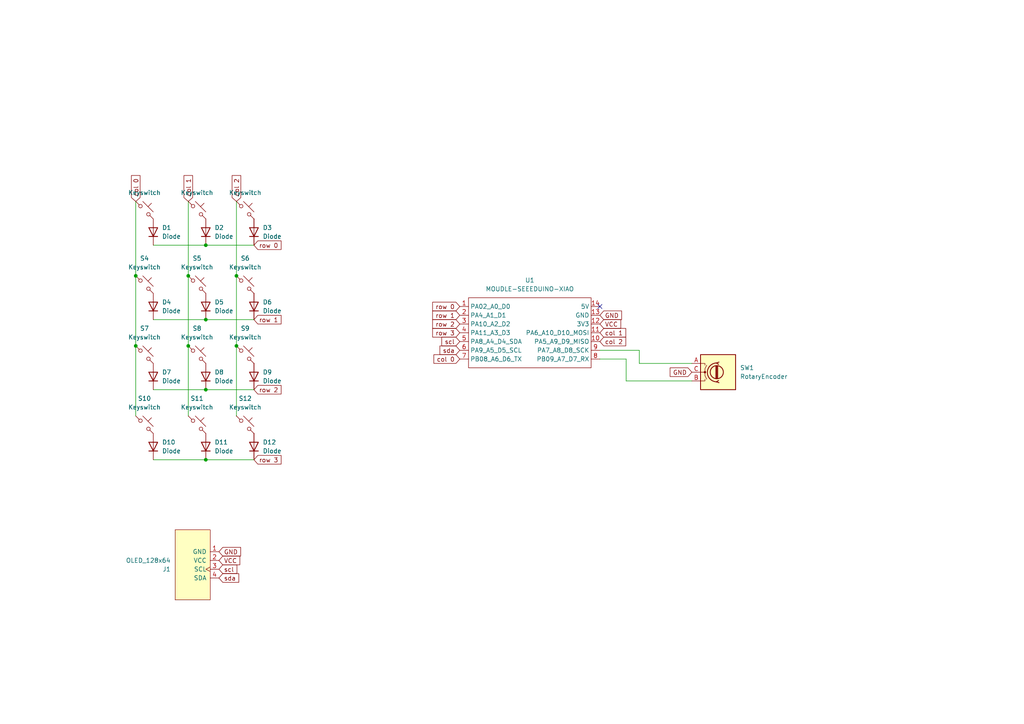
<source format=kicad_sch>
(kicad_sch (version 20231120) (generator "eeschema") (generator_version "8.0")
  (paper "A4")
  (lib_symbols
    (symbol "Device:RotaryEncoder" (pin_names (offset 0.254) hide)
      (property "Reference" "SW" (at 0 6.604 0))
      (property "Value" "RotaryEncoder" (at 0 -6.604 0))
      (symbol "RotaryEncoder_0_1"
        (rectangle (start -5.08 5.08) (end 5.08 -5.08) (stroke (width 0.254)) (fill (type background)))
        (circle (center -3.81 0) (radius 0.254) (fill (type outline)))
        (circle (center -0.381 0) (radius 1.905) (stroke (width 0.254)))
        (arc (start -0.381 2.667) (mid -3.0988 -0.0635) (end -0.381 -2.794) (stroke (width 0.254)))
        (polyline (pts (xy -0.635 -1.778) (xy -0.635 1.778)) (stroke (width 0.254)))
        (polyline (pts (xy -0.381 -1.778) (xy -0.381 1.778)) (stroke (width 0.254)))
        (polyline (pts (xy -0.127 1.778) (xy -0.127 -1.778)) (stroke (width 0.254)))
        (polyline (pts (xy -5.08 -2.54) (xy -3.81 -2.54) (xy -3.81 -2.032)))
        (polyline (pts (xy -5.08 2.54) (xy -3.81 2.54) (xy -3.81 2.032)))
        (polyline (pts (xy 0.254 -3.048) (xy -0.508 -2.794) (xy 0.127 -2.413)) (stroke (width 0.254)))
        (polyline (pts (xy 0.254 2.921) (xy -0.508 2.667) (xy 0.127 2.286)) (stroke (width 0.254)))
        (polyline (pts (xy -5.08 0) (xy -3.81 0) (xy -3.81 -1.016) (xy -3.302 -2.032)))
        (polyline (pts (xy -4.318 0) (xy -3.81 0) (xy -3.81 1.016) (xy -3.302 2.032)))
      )
      (symbol "RotaryEncoder_1_1"
        (pin passive line (at -7.62 2.54 0) (length 2.54) (name "A") (number "A"))
        (pin passive line (at -7.62 -2.54 0) (length 2.54) (name "B") (number "B"))
        (pin passive line (at -7.62 0 0) (length 2.54) (name "C") (number "C"))
      )
    )
    (symbol "MOUDLE-SEEEDUINO-XIAO:MOUDLE-SEEEDUINO-XIAO"
      (property "Reference" "U" (at -16.51 11.43 0))
      (property "Value" "MOUDLE-SEEEDUINO-XIAO" (at -3.81 -11.43 0))
      (symbol "MOUDLE-SEEEDUINO-XIAO_0_1"
        (rectangle (start -16.51 10.16) (end 19.05 -10.16))
      )
      (symbol "MOUDLE-SEEEDUINO-XIAO_1_1"
        (pin passive line (at -19.05 7.62 0) (length 2.54) (name "PA02_A0_D0") (number "1"))
        (pin passive line (at 21.59 -2.54 180) (length 2.54) (name "PA5_A9_D9_MISO") (number "10"))
        (pin passive line (at 21.59 0 180) (length 2.54) (name "PA6_A10_D10_MOSI") (number "11"))
        (pin passive line (at 21.59 2.54 180) (length 2.54) (name "3V3") (number "12"))
        (pin passive line (at 21.59 5.08 180) (length 2.54) (name "GND") (number "13"))
        (pin passive line (at 21.59 7.62 180) (length 2.54) (name "5V") (number "14"))
        (pin passive line (at -19.05 5.08 0) (length 2.54) (name "PA4_A1_D1") (number "2"))
        (pin passive line (at -19.05 2.54 0) (length 2.54) (name "PA10_A2_D2") (number "3"))
        (pin passive line (at -19.05 0 0) (length 2.54) (name "PA11_A3_D3") (number "4"))
        (pin passive line (at -19.05 -2.54 0) (length 2.54) (name "PA8_A4_D4_SDA") (number "5"))
        (pin passive line (at -19.05 -5.08 0) (length 2.54) (name "PA9_A5_D5_SCL") (number "6"))
        (pin passive line (at -19.05 -7.62 0) (length 2.54) (name "PB08_A6_D6_TX") (number "7"))
        (pin passive line (at 21.59 -7.62 180) (length 2.54) (name "PB09_A7_D7_RX") (number "8"))
        (pin passive line (at 21.59 -5.08 180) (length 2.54) (name "PA7_A8_D8_SCK") (number "9"))
      )
    )
    (symbol "ScottoKeebs:OLED_128x64" (pin_names (offset 1.016))
      (property "Reference" "J" (at 0 -11.43 0))
      (property "Value" "OLED_128x64" (at 0 -7.62 0))
      (symbol "OLED_128x64_0_1"
        (rectangle (start 10.16 -10.16) (end -10.16 0) (fill (type background)))
      )
      (symbol "OLED_128x64_1_1"
        (pin power_in line (at -3.81 2.54 270) (length 2.54) (name "GND") (number "1"))
        (pin power_in line (at -1.27 2.54 270) (length 2.54) (name "VCC") (number "2"))
        (pin input clock (at 1.27 2.54 270) (length 2.54) (name "SCL") (number "3"))
        (pin bidirectional line (at 3.81 2.54 270) (length 2.54) (name "SDA") (number "4"))
      )
    )
    (symbol "ScottoKeebs:Placeholder_Diode" (pin_numbers hide) (pin_names hide)
      (property "Reference" "D" (at 0 2.54 0))
      (property "Value" "Diode" (at 0 -2.54 0))
      (symbol "Placeholder_Diode_0_1"
        (polyline (pts (xy -1.27 1.27) (xy -1.27 -1.27)) (stroke (width 0.254)))
        (polyline (pts (xy 1.27 0) (xy -1.27 0)))
        (polyline (pts (xy 1.27 1.27) (xy 1.27 -1.27) (xy -1.27 0) (xy 1.27 1.27)) (stroke (width 0.254)))
      )
      (symbol "Placeholder_Diode_1_1"
        (pin passive line (at -3.81 0 0) (length 2.54) (name "K") (number "1"))
        (pin passive line (at 3.81 0 180) (length 2.54) (name "A") (number "2"))
      )
    )
    (symbol "ScottoKeebs:Placeholder_Keyswitch" (pin_numbers hide) (pin_names (offset 1.016) hide)
      (property "Reference" "S" (at 3.048 1.016 0))
      (property "Value" "Keyswitch" (at 0 -3.81 0))
      (symbol "Placeholder_Keyswitch_0_1"
        (circle (center -1.1684 1.1684) (radius 0.508))
        (polyline (pts (xy -0.508 2.54) (xy 2.54 -0.508)))
        (polyline (pts (xy 1.016 1.016) (xy 2.032 2.032)))
        (polyline (pts (xy -2.54 2.54) (xy -1.524 1.524) (xy -1.524 1.524)))
        (polyline (pts (xy 1.524 -1.524) (xy 2.54 -2.54) (xy 2.54 -2.54) (xy 2.54 -2.54)))
        (circle (center 1.143 -1.1938) (radius 0.508))
        (pin passive line (at -2.54 2.54 0) (length 0) (name "1") (number "1"))
        (pin passive line (at 2.54 -2.54 180) (length 0) (name "2") (number "2"))
      )
    )
  )
  (junction (at 39.37 100.33))
  (junction (at 68.58 100.33))
  (junction (at 59.69 113.03))
  (junction (at 54.61 80.01))
  (junction (at 68.58 80.01))
  (junction (at 59.69 92.71))
  (junction (at 59.69 133.35))
  (junction (at 39.37 80.01))
  (junction (at 59.69 71.12))
  (junction (at 54.61 100.33))
  (no_connect (at 173.99 88.9))
  (wire (pts (xy 59.69 113.03) (xy 73.66 113.03)))
  (wire (pts (xy 54.61 80.01) (xy 54.61 100.33)))
  (wire (pts (xy 181.61 110.49) (xy 181.61 104.14)))
  (wire (pts (xy 200.66 105.41) (xy 185.42 105.41)))
  (wire (pts (xy 44.45 71.12) (xy 59.69 71.12)))
  (wire (pts (xy 44.45 113.03) (xy 59.69 113.03)))
  (wire (pts (xy 185.42 105.41) (xy 185.42 101.6)))
  (wire (pts (xy 200.66 110.49) (xy 181.61 110.49)))
  (wire (pts (xy 44.45 92.71) (xy 59.69 92.71)))
  (wire (pts (xy 68.58 58.42) (xy 68.58 80.01)))
  (wire (pts (xy 54.61 58.42) (xy 54.61 80.01)))
  (wire (pts (xy 59.69 133.35) (xy 73.66 133.35)))
  (wire (pts (xy 68.58 100.33) (xy 68.58 120.65)))
  (wire (pts (xy 185.42 101.6) (xy 173.99 101.6)))
  (wire (pts (xy 39.37 58.42) (xy 39.37 80.01)))
  (wire (pts (xy 181.61 104.14) (xy 173.99 104.14)))
  (wire (pts (xy 68.58 80.01) (xy 68.58 100.33)))
  (wire (pts (xy 54.61 100.33) (xy 54.61 120.65)))
  (wire (pts (xy 44.45 133.35) (xy 59.69 133.35)))
  (wire (pts (xy 59.69 71.12) (xy 73.66 71.12)))
  (wire (pts (xy 59.69 92.71) (xy 73.66 92.71)))
  (wire (pts (xy 39.37 100.33) (xy 39.37 120.65)))
  (wire (pts (xy 39.37 80.01) (xy 39.37 100.33)))
  (global_label "GND" (shape input) (at 63.5 160.02 0) (property "Intersheetrefs" "${INTERSHEET_REFS}" (effects (hide yes))))
  (global_label "col 2" (shape input) (at 173.99 99.06 0) (property "Intersheetrefs" "${INTERSHEET_REFS}" (effects (hide yes))))
  (global_label "row 0" (shape input) (at 73.66 71.12 0) (property "Intersheetrefs" "${INTERSHEET_REFS}" (effects (hide yes))))
  (global_label "row 3" (shape input) (at 73.66 133.35 0) (property "Intersheetrefs" "${INTERSHEET_REFS}" (effects (hide yes))))
  (global_label "VCC" (shape input) (at 63.5 162.56 0) (property "Intersheetrefs" "${INTERSHEET_REFS}" (effects (hide yes))))
  (global_label "VCC" (shape input) (at 173.99 93.98 0) (property "Intersheetrefs" "${INTERSHEET_REFS}" (effects (hide yes))))
  (global_label "row 0" (shape input) (at 133.35 88.9 180) (property "Intersheetrefs" "${INTERSHEET_REFS}" (effects (hide yes))))
  (global_label "row 3" (shape input) (at 133.35 96.52 180) (property "Intersheetrefs" "${INTERSHEET_REFS}" (effects (hide yes))))
  (global_label "sda" (shape input) (at 63.5 167.64 0) (property "Intersheetrefs" "${INTERSHEET_REFS}" (effects (hide yes))))
  (global_label "row 1" (shape input) (at 133.35 91.44 180) (property "Intersheetrefs" "${INTERSHEET_REFS}" (effects (hide yes))))
  (global_label "col 2" (shape input) (at 68.58 58.42 90) (property "Intersheetrefs" "${INTERSHEET_REFS}" (effects (hide yes))))
  (global_label "col 1" (shape input) (at 173.99 96.52 0) (property "Intersheetrefs" "${INTERSHEET_REFS}" (effects (hide yes))))
  (global_label "col 0" (shape input) (at 133.35 104.14 180) (property "Intersheetrefs" "${INTERSHEET_REFS}" (effects (hide yes))))
  (global_label "row 1" (shape input) (at 73.66 92.71 0) (property "Intersheetrefs" "${INTERSHEET_REFS}" (effects (hide yes))))
  (global_label "GND" (shape input) (at 200.66 107.95 180) (property "Intersheetrefs" "${INTERSHEET_REFS}" (effects (hide yes))))
  (global_label "row 2" (shape input) (at 73.66 113.03 0) (property "Intersheetrefs" "${INTERSHEET_REFS}" (effects (hide yes))))
  (global_label "col 0" (shape input) (at 39.37 58.42 90) (property "Intersheetrefs" "${INTERSHEET_REFS}" (effects (hide yes))))
  (global_label "row 2" (shape input) (at 133.35 93.98 180) (property "Intersheetrefs" "${INTERSHEET_REFS}" (effects (hide yes))))
  (global_label "scl" (shape input) (at 133.35 99.06 180) (property "Intersheetrefs" "${INTERSHEET_REFS}" (effects (hide yes))))
  (global_label "sda" (shape input) (at 133.35 101.6 180) (property "Intersheetrefs" "${INTERSHEET_REFS}" (effects (hide yes))))
  (global_label "GND" (shape input) (at 173.99 91.44 0) (property "Intersheetrefs" "${INTERSHEET_REFS}" (effects (hide yes))))
  (global_label "col 1" (shape input) (at 54.61 58.42 90) (property "Intersheetrefs" "${INTERSHEET_REFS}" (effects (hide yes))))
  (global_label "scl" (shape input) (at 63.5 165.1 0) (property "Intersheetrefs" "${INTERSHEET_REFS}" (effects (hide yes))))
  (symbol (lib_id "MOUDLE-SEEEDUINO-XIAO:MOUDLE-SEEEDUINO-XIAO") (at 152.4 96.52 0) (unit 1)
    (property "Reference" "U1" (at 153.67 81.28 0))
    (property "Value" "MOUDLE-SEEEDUINO-XIAO" (at 153.67 83.82 0))
    (property "Footprint" "XIAO_PCB:MOUDLE14P-2.54-21X17.8MM" (effects (hide yes)))
  )
  (symbol (lib_id "ScottoKeebs:Placeholder_Diode") (at 44.45 129.54 90) (unit 1)
    (property "Reference" "D10" (at 46.99 128.2699 90) (effects (justify right)))
    (property "Value" "Diode" (at 46.99 130.8099 90) (effects (justify right)))
    (property "Footprint" "ScottoKeebs_Components:Diode_DO-35" (effects (hide yes)))
    (property "Description" "1N4148 (DO-35) or 1N4148W (SOD-123)" (effects (hide yes)))
    (property "Sim.Device" "D" (effects (hide yes)))
    (property "Sim.Pins" "1=K 2=A" (effects (hide yes)))
  )
  (symbol (lib_id "ScottoKeebs:Placeholder_Diode") (at 59.69 67.31 90) (unit 1)
    (property "Reference" "D2" (at 62.23 66.0399 90) (effects (justify right)))
    (property "Value" "Diode" (at 62.23 68.5799 90) (effects (justify right)))
    (property "Footprint" "ScottoKeebs_Components:Diode_DO-35" (effects (hide yes)))
    (property "Description" "1N4148 (DO-35) or 1N4148W (SOD-123)" (effects (hide yes)))
    (property "Sim.Device" "D" (effects (hide yes)))
    (property "Sim.Pins" "1=K 2=A" (effects (hide yes)))
  )
  (symbol (lib_id "ScottoKeebs:Placeholder_Diode") (at 44.45 67.31 90) (unit 1)
    (property "Reference" "D1" (at 46.99 66.0399 90) (effects (justify right)))
    (property "Value" "Diode" (at 46.99 68.5799 90) (effects (justify right)))
    (property "Footprint" "ScottoKeebs_Components:Diode_DO-35" (effects (hide yes)))
    (property "Description" "1N4148 (DO-35) or 1N4148W (SOD-123)" (effects (hide yes)))
    (property "Sim.Device" "D" (effects (hide yes)))
    (property "Sim.Pins" "1=K 2=A" (effects (hide yes)))
  )
  (symbol (lib_id "ScottoKeebs:Placeholder_Keyswitch") (at 57.15 82.55 0) (unit 1)
    (property "Reference" "S5" (at 57.15 74.93 0))
    (property "Value" "Keyswitch" (at 57.15 77.47 0))
    (property "Footprint" "ScottoKeebs_MX:MX_PCB_1.00u" (effects (hide yes)))
    (property "Description" "Push button switch, normally open, two pins, 45° tilted" (effects (hide yes)))
  )
  (symbol (lib_id "ScottoKeebs:Placeholder_Keyswitch") (at 41.91 123.19 0) (unit 1)
    (property "Reference" "S10" (at 41.91 115.57 0))
    (property "Value" "Keyswitch" (at 41.91 118.11 0))
    (property "Footprint" "ScottoKeebs_MX:MX_PCB_1.00u" (effects (hide yes)))
    (property "Description" "Push button switch, normally open, two pins, 45° tilted" (effects (hide yes)))
  )
  (symbol (lib_id "ScottoKeebs:Placeholder_Keyswitch") (at 71.12 82.55 0) (unit 1)
    (property "Reference" "S6" (at 71.12 74.93 0))
    (property "Value" "Keyswitch" (at 71.12 77.47 0))
    (property "Footprint" "ScottoKeebs_MX:MX_PCB_1.00u" (effects (hide yes)))
    (property "Description" "Push button switch, normally open, two pins, 45° tilted" (effects (hide yes)))
  )
  (symbol (lib_id "ScottoKeebs:Placeholder_Keyswitch") (at 71.12 102.87 0) (unit 1)
    (property "Reference" "S9" (at 71.12 95.25 0))
    (property "Value" "Keyswitch" (at 71.12 97.79 0))
    (property "Footprint" "ScottoKeebs_MX:MX_PCB_1.00u" (effects (hide yes)))
    (property "Description" "Push button switch, normally open, two pins, 45° tilted" (effects (hide yes)))
  )
  (symbol (lib_id "ScottoKeebs:Placeholder_Diode") (at 59.69 88.9 90) (unit 1)
    (property "Reference" "D5" (at 62.23 87.6299 90) (effects (justify right)))
    (property "Value" "Diode" (at 62.23 90.1699 90) (effects (justify right)))
    (property "Footprint" "ScottoKeebs_Components:Diode_DO-35" (effects (hide yes)))
    (property "Description" "1N4148 (DO-35) or 1N4148W (SOD-123)" (effects (hide yes)))
    (property "Sim.Device" "D" (effects (hide yes)))
    (property "Sim.Pins" "1=K 2=A" (effects (hide yes)))
  )
  (symbol (lib_id "ScottoKeebs:Placeholder_Keyswitch") (at 57.15 60.96 0) (unit 1)
    (property "Reference" "S2" (effects (hide yes)))
    (property "Value" "Keyswitch" (at 57.15 55.88 0))
    (property "Footprint" "ScottoKeebs_MX:MX_PCB_1.00u" (effects (hide yes)))
    (property "Description" "Push button switch, normally open, two pins, 45° tilted" (effects (hide yes)))
  )
  (symbol (lib_id "ScottoKeebs:Placeholder_Diode") (at 59.69 129.54 90) (unit 1)
    (property "Reference" "D11" (at 62.23 128.2699 90) (effects (justify right)))
    (property "Value" "Diode" (at 62.23 130.8099 90) (effects (justify right)))
    (property "Footprint" "ScottoKeebs_Components:Diode_DO-35" (effects (hide yes)))
    (property "Description" "1N4148 (DO-35) or 1N4148W (SOD-123)" (effects (hide yes)))
    (property "Sim.Device" "D" (effects (hide yes)))
    (property "Sim.Pins" "1=K 2=A" (effects (hide yes)))
  )
  (symbol (lib_id "ScottoKeebs:Placeholder_Keyswitch") (at 41.91 102.87 0) (unit 1)
    (property "Reference" "S7" (at 41.91 95.25 0))
    (property "Value" "Keyswitch" (at 41.91 97.79 0))
    (property "Footprint" "ScottoKeebs_MX:MX_PCB_1.00u" (effects (hide yes)))
    (property "Description" "Push button switch, normally open, two pins, 45° tilted" (effects (hide yes)))
  )
  (symbol (lib_id "ScottoKeebs:Placeholder_Diode") (at 73.66 129.54 90) (unit 1)
    (property "Reference" "D12" (at 76.2 128.2699 90) (effects (justify right)))
    (property "Value" "Diode" (at 76.2 130.8099 90) (effects (justify right)))
    (property "Footprint" "ScottoKeebs_Components:Diode_DO-35" (effects (hide yes)))
    (property "Description" "1N4148 (DO-35) or 1N4148W (SOD-123)" (effects (hide yes)))
    (property "Sim.Device" "D" (effects (hide yes)))
    (property "Sim.Pins" "1=K 2=A" (effects (hide yes)))
  )
  (symbol (lib_id "ScottoKeebs:Placeholder_Diode") (at 73.66 88.9 90) (unit 1)
    (property "Reference" "D6" (at 76.2 87.6299 90) (effects (justify right)))
    (property "Value" "Diode" (at 76.2 90.1699 90) (effects (justify right)))
    (property "Footprint" "ScottoKeebs_Components:Diode_DO-35" (effects (hide yes)))
    (property "Description" "1N4148 (DO-35) or 1N4148W (SOD-123)" (effects (hide yes)))
    (property "Sim.Device" "D" (effects (hide yes)))
    (property "Sim.Pins" "1=K 2=A" (effects (hide yes)))
  )
  (symbol (lib_id "ScottoKeebs:Placeholder_Keyswitch") (at 57.15 102.87 0) (unit 1)
    (property "Reference" "S8" (at 57.15 95.25 0))
    (property "Value" "Keyswitch" (at 57.15 97.79 0))
    (property "Footprint" "ScottoKeebs_MX:MX_PCB_1.00u" (effects (hide yes)))
    (property "Description" "Push button switch, normally open, two pins, 45° tilted" (effects (hide yes)))
  )
  (symbol (lib_id "ScottoKeebs:Placeholder_Diode") (at 59.69 109.22 90) (unit 1)
    (property "Reference" "D8" (at 62.23 107.9499 90) (effects (justify right)))
    (property "Value" "Diode" (at 62.23 110.4899 90) (effects (justify right)))
    (property "Footprint" "ScottoKeebs_Components:Diode_DO-35" (effects (hide yes)))
    (property "Description" "1N4148 (DO-35) or 1N4148W (SOD-123)" (effects (hide yes)))
    (property "Sim.Device" "D" (effects (hide yes)))
    (property "Sim.Pins" "1=K 2=A" (effects (hide yes)))
  )
  (symbol (lib_id "Device:RotaryEncoder") (at 208.28 107.95 0) (unit 1)
    (property "Reference" "SW1" (at 214.63 106.6799 0) (effects (justify left)))
    (property "Value" "RotaryEncoder" (at 214.63 109.2199 0) (effects (justify left)))
    (property "Footprint" "Rotary_Encoder:RotaryEncoder_Alps_EC11E_Vertical_H20mm" (effects (hide yes)))
    (property "Description" "Rotary encoder, dual channel, incremental quadrate outputs" (effects (hide yes)))
  )
  (symbol (lib_id "ScottoKeebs:Placeholder_Keyswitch") (at 41.91 82.55 0) (unit 1)
    (property "Reference" "S4" (at 41.91 74.93 0))
    (property "Value" "Keyswitch" (at 41.91 77.47 0))
    (property "Footprint" "ScottoKeebs_MX:MX_PCB_1.00u" (effects (hide yes)))
    (property "Description" "Push button switch, normally open, two pins, 45° tilted" (effects (hide yes)))
  )
  (symbol (lib_id "ScottoKeebs:Placeholder_Diode") (at 44.45 109.22 90) (unit 1)
    (property "Reference" "D7" (at 46.99 107.9499 90) (effects (justify right)))
    (property "Value" "Diode" (at 46.99 110.4899 90) (effects (justify right)))
    (property "Footprint" "ScottoKeebs_Components:Diode_DO-35" (effects (hide yes)))
    (property "Description" "1N4148 (DO-35) or 1N4148W (SOD-123)" (effects (hide yes)))
    (property "Sim.Device" "D" (effects (hide yes)))
    (property "Sim.Pins" "1=K 2=A" (effects (hide yes)))
  )
  (symbol (lib_id "ScottoKeebs:Placeholder_Keyswitch") (at 71.12 60.96 0) (unit 1)
    (property "Reference" "S3" (effects (hide yes)))
    (property "Value" "Keyswitch" (at 71.12 55.88 0))
    (property "Footprint" "ScottoKeebs_MX:MX_PCB_1.00u" (effects (hide yes)))
    (property "Description" "Push button switch, normally open, two pins, 45° tilted" (effects (hide yes)))
  )
  (symbol (lib_id "ScottoKeebs:Placeholder_Diode") (at 44.45 88.9 90) (unit 1)
    (property "Reference" "D4" (at 46.99 87.6299 90) (effects (justify right)))
    (property "Value" "Diode" (at 46.99 90.1699 90) (effects (justify right)))
    (property "Footprint" "ScottoKeebs_Components:Diode_DO-35" (effects (hide yes)))
    (property "Description" "1N4148 (DO-35) or 1N4148W (SOD-123)" (effects (hide yes)))
    (property "Sim.Device" "D" (effects (hide yes)))
    (property "Sim.Pins" "1=K 2=A" (effects (hide yes)))
  )
  (symbol (lib_id "ScottoKeebs:OLED_128x64") (at 60.96 163.83 270) (unit 1)
    (property "Reference" "J1" (at 49.53 165.1001 90) (effects (justify right)))
    (property "Value" "OLED_128x64" (at 49.53 162.5601 90) (effects (justify right)))
    (property "Footprint" "ScottoKeebs_Components:OLED_128x64" (effects (hide yes)))
  )
  (symbol (lib_id "ScottoKeebs:Placeholder_Diode") (at 73.66 109.22 90) (unit 1)
    (property "Reference" "D9" (at 76.2 107.9499 90) (effects (justify right)))
    (property "Value" "Diode" (at 76.2 110.4899 90) (effects (justify right)))
    (property "Footprint" "ScottoKeebs_Components:Diode_DO-35" (effects (hide yes)))
    (property "Description" "1N4148 (DO-35) or 1N4148W (SOD-123)" (effects (hide yes)))
    (property "Sim.Device" "D" (effects (hide yes)))
    (property "Sim.Pins" "1=K 2=A" (effects (hide yes)))
  )
  (symbol (lib_id "ScottoKeebs:Placeholder_Keyswitch") (at 57.15 123.19 0) (unit 1)
    (property "Reference" "S11" (at 57.15 115.57 0))
    (property "Value" "Keyswitch" (at 57.15 118.11 0))
    (property "Footprint" "ScottoKeebs_MX:MX_PCB_1.00u" (effects (hide yes)))
    (property "Description" "Push button switch, normally open, two pins, 45° tilted" (effects (hide yes)))
  )
  (symbol (lib_id "ScottoKeebs:Placeholder_Diode") (at 73.66 67.31 90) (unit 1)
    (property "Reference" "D3" (at 76.2 66.0399 90) (effects (justify right)))
    (property "Value" "Diode" (at 76.2 68.5799 90) (effects (justify right)))
    (property "Footprint" "ScottoKeebs_Components:Diode_DO-35" (effects (hide yes)))
    (property "Description" "1N4148 (DO-35) or 1N4148W (SOD-123)" (effects (hide yes)))
    (property "Sim.Device" "D" (effects (hide yes)))
    (property "Sim.Pins" "1=K 2=A" (effects (hide yes)))
  )
  (symbol (lib_id "ScottoKeebs:Placeholder_Keyswitch") (at 71.12 123.19 0) (unit 1)
    (property "Reference" "S12" (at 71.12 115.57 0))
    (property "Value" "Keyswitch" (at 71.12 118.11 0))
    (property "Footprint" "ScottoKeebs_MX:MX_PCB_1.00u" (effects (hide yes)))
    (property "Description" "Push button switch, normally open, two pins, 45° tilted" (effects (hide yes)))
  )
  (symbol (lib_id "ScottoKeebs:Placeholder_Keyswitch") (at 41.91 60.96 0) (unit 1)
    (property "Reference" "S1" (effects (hide yes)))
    (property "Value" "Keyswitch" (at 41.91 55.88 0))
    (property "Footprint" "ScottoKeebs_MX:MX_PCB_1.00u" (effects (hide yes)))
    (property "Description" "Push button switch, normally open, two pins, 45° tilted" (effects (hide yes)))
  )
)
</source>
